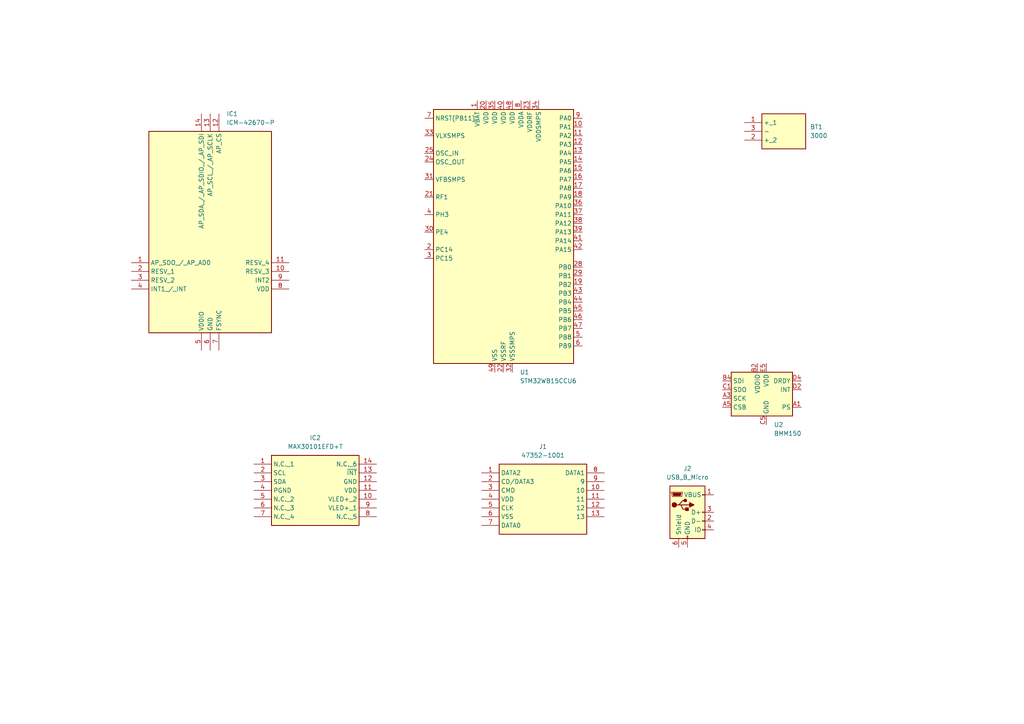
<source format=kicad_sch>
(kicad_sch (version 20231120) (generator "eeschema") (generator_version "8.0")
  (paper "A4")
  (lib_symbols
    (symbol "BatteryHolder:3000"
      (property "Reference" "BT" (at 19.05 7.62 0))
      (property "Value" "3000" (at 19.05 5.08 0))
      (symbol "3000_1_1"
        (rectangle (start 5.08 2.54) (end 17.78 -7.62) (stroke (width 0.254)) (fill (type background)))
        (pin passive line (at 0 0 0) (length 5.08) (name "+_1") (number "1"))
        (pin passive line (at 0 -5.08 0) (length 5.08) (name "+_2") (number "2"))
        (pin passive line (at 0 -2.54 0) (length 5.08) (name "-") (number "3"))
      )
    )
    (symbol "Connector:USB_B_Micro" (pin_names (offset 1.016))
      (property "Reference" "J" (at -5.08 11.43 0))
      (property "Value" "USB_B_Micro" (at -5.08 8.89 0))
      (symbol "USB_B_Micro_0_1"
        (rectangle (start -5.08 -7.62) (end 5.08 7.62) (stroke (width 0.254)) (fill (type background)))
        (circle (center -3.81 2.159) (radius 0.635) (stroke (width 0.254)) (fill (type outline)))
        (circle (center -0.635 3.429) (radius 0.381) (stroke (width 0.254)) (fill (type outline)))
        (rectangle (start -0.127 -7.62) (end 0.127 -6.858))
        (polyline (pts (xy -1.905 2.159) (xy 0.635 2.159)) (stroke (width 0.254)))
        (polyline (pts (xy -3.175 2.159) (xy -2.54 2.159) (xy -1.27 3.429) (xy -0.635 3.429)) (stroke (width 0.254)))
        (polyline (pts (xy -2.54 2.159) (xy -1.905 2.159) (xy -1.27 0.889) (xy 0 0.889)) (stroke (width 0.254)))
        (polyline (pts (xy 0.635 2.794) (xy 0.635 1.524) (xy 1.905 2.159) (xy 0.635 2.794)) (stroke (width 0.254)) (fill (type outline)))
        (polyline (pts (xy -4.318 5.588) (xy -1.778 5.588) (xy -2.032 4.826) (xy -4.064 4.826) (xy -4.318 5.588)) (fill (type outline)))
        (polyline (pts (xy -4.699 5.842) (xy -4.699 5.588) (xy -4.445 4.826) (xy -4.445 4.572) (xy -1.651 4.572) (xy -1.651 4.826) (xy -1.397 5.588) (xy -1.397 5.842) (xy -4.699 5.842)))
        (rectangle (start 0.254 1.27) (end -0.508 0.508) (stroke (width 0.254)) (fill (type outline)))
        (rectangle (start 5.08 -5.207) (end 4.318 -4.953))
        (rectangle (start 5.08 -2.667) (end 4.318 -2.413))
        (rectangle (start 5.08 -0.127) (end 4.318 0.127))
        (rectangle (start 5.08 4.953) (end 4.318 5.207))
      )
      (symbol "USB_B_Micro_1_1"
        (pin power_out line (at 7.62 5.08 180) (length 2.54) (name "VBUS") (number "1"))
        (pin bidirectional line (at 7.62 -2.54 180) (length 2.54) (name "D-") (number "2"))
        (pin bidirectional line (at 7.62 0 180) (length 2.54) (name "D+") (number "3"))
        (pin passive line (at 7.62 -5.08 180) (length 2.54) (name "ID") (number "4"))
        (pin power_out line (at 0 -10.16 90) (length 2.54) (name "GND") (number "5"))
        (pin passive line (at -2.54 -10.16 90) (length 2.54) (name "Shield") (number "6"))
      )
    )
    (symbol "ICM-42670-P:ICM-42670-P"
      (property "Reference" "IC" (at 41.91 43.18 0))
      (property "Value" "ICM-42670-P" (at 41.91 40.64 0))
      (symbol "ICM-42670-P_1_1"
        (rectangle (start 5.08 38.1) (end 40.64 -20.32) (stroke (width 0.254)) (fill (type background)))
        (pin passive line (at 0 0 0) (length 5.08) (name "AP_SDO_/_AP_AD0") (number "1"))
        (pin passive line (at 45.72 -2.54 180) (length 5.08) (name "RESV_3") (number "10"))
        (pin passive line (at 45.72 0 180) (length 5.08) (name "RESV_4") (number "11"))
        (pin passive line (at 25.4 43.18 270) (length 5.08) (name "AP_CS") (number "12"))
        (pin passive line (at 22.86 43.18 270) (length 5.08) (name "AP_SCL_/_AP_SCLK") (number "13"))
        (pin passive line (at 20.32 43.18 270) (length 5.08) (name "AP_SDA_/_AP_SDIO_/_AP_SDI") (number "14"))
        (pin passive line (at 0 -2.54 0) (length 5.08) (name "RESV_1") (number "2"))
        (pin passive line (at 0 -5.08 0) (length 5.08) (name "RESV_2") (number "3"))
        (pin passive line (at 0 -7.62 0) (length 5.08) (name "INT1_/_INT") (number "4"))
        (pin passive line (at 20.32 -25.4 90) (length 5.08) (name "VDDIO") (number "5"))
        (pin passive line (at 22.86 -25.4 90) (length 5.08) (name "GND") (number "6"))
        (pin passive line (at 25.4 -25.4 90) (length 5.08) (name "FSYNC") (number "7"))
        (pin passive line (at 45.72 -7.62 180) (length 5.08) (name "VDD") (number "8"))
        (pin passive line (at 45.72 -5.08 180) (length 5.08) (name "INT2") (number "9"))
      )
    )
    (symbol "MAX30101EFD+T:MAX30101EFD+T"
      (property "Reference" "IC" (at 31.75 7.62 0))
      (property "Value" "MAX30101EFD+T" (at 31.75 5.08 0))
      (symbol "MAX30101EFD+T_1_1"
        (rectangle (start 5.08 2.54) (end 30.48 -17.78) (stroke (width 0.254)) (fill (type background)))
        (pin passive line (at 0 0 0) (length 5.08) (name "N.C._1") (number "1"))
        (pin passive line (at 35.56 -10.16 180) (length 5.08) (name "VLED+_2") (number "10"))
        (pin passive line (at 35.56 -7.62 180) (length 5.08) (name "VDD") (number "11"))
        (pin passive line (at 35.56 -5.08 180) (length 5.08) (name "GND") (number "12"))
        (pin passive line (at 35.56 -2.54 180) (length 5.08) (name "~{INT}") (number "13"))
        (pin passive line (at 35.56 0 180) (length 5.08) (name "N.C._6") (number "14"))
        (pin passive line (at 0 -2.54 0) (length 5.08) (name "SCL") (number "2"))
        (pin passive line (at 0 -5.08 0) (length 5.08) (name "SDA") (number "3"))
        (pin passive line (at 0 -7.62 0) (length 5.08) (name "PGND") (number "4"))
        (pin passive line (at 0 -10.16 0) (length 5.08) (name "N.C._2") (number "5"))
        (pin passive line (at 0 -12.7 0) (length 5.08) (name "N.C._3") (number "6"))
        (pin passive line (at 0 -15.24 0) (length 5.08) (name "N.C._4") (number "7"))
        (pin passive line (at 35.56 -15.24 180) (length 5.08) (name "N.C._5") (number "8"))
        (pin passive line (at 35.56 -12.7 180) (length 5.08) (name "VLED+_1") (number "9"))
      )
    )
    (symbol "MCU_ST_STM32WB:STM32WB15CCUx"
      (property "Reference" "U" (at -20.32 39.37 0))
      (property "Value" "STM32WB15CCUx" (at 12.7 39.37 0))
      (symbol "STM32WB15CCUx_0_1"
        (rectangle (start -20.32 -35.56) (end 20.32 38.1) (stroke (width 0.254)) (fill (type background)))
      )
      (symbol "STM32WB15CCUx_1_1"
        (pin power_in line (at -7.62 40.64 270) (length 2.54) (name "VBAT") (number "1"))
        (pin bidirectional line (at 22.86 33.02 180) (length 2.54) (name "PA1") (number "10"))
        (pin bidirectional line (at 22.86 30.48 180) (length 2.54) (name "PA2") (number "11"))
        (pin bidirectional line (at 22.86 27.94 180) (length 2.54) (name "PA3") (number "12"))
        (pin bidirectional line (at 22.86 25.4 180) (length 2.54) (name "PA4") (number "13"))
        (pin bidirectional line (at 22.86 22.86 180) (length 2.54) (name "PA5") (number "14"))
        (pin bidirectional line (at 22.86 20.32 180) (length 2.54) (name "PA6") (number "15"))
        (pin bidirectional line (at 22.86 17.78 180) (length 2.54) (name "PA7") (number "16"))
        (pin bidirectional line (at 22.86 15.24 180) (length 2.54) (name "PA8") (number "17"))
        (pin bidirectional line (at 22.86 12.7 180) (length 2.54) (name "PA9") (number "18"))
        (pin bidirectional line (at 22.86 -12.7 180) (length 2.54) (name "PB2") (number "19"))
        (pin bidirectional line (at -22.86 -2.54 0) (length 2.54) (name "PC14") (number "2"))
        (pin power_in line (at -5.08 40.64 270) (length 2.54) (name "VDD") (number "20"))
        (pin bidirectional line (at -22.86 12.7 0) (length 2.54) (name "RF1") (number "21"))
        (pin power_in line (at 0 -38.1 90) (length 2.54) (name "VSSRF") (number "22"))
        (pin power_in line (at 7.62 40.64 270) (length 2.54) (name "VDDRF") (number "23"))
        (pin input line (at -22.86 22.86 0) (length 2.54) (name "OSC_OUT") (number "24"))
        (pin input line (at -22.86 25.4 0) (length 2.54) (name "OSC_IN") (number "25"))
        (pin no_connect line (at -20.32 -35.56 0) (length 2.54) hide (name "AT0") (number "26"))
        (pin no_connect line (at -20.32 -33.02 0) (length 2.54) hide (name "AT1") (number "27"))
        (pin bidirectional line (at 22.86 -7.62 180) (length 2.54) (name "PB0") (number "28"))
        (pin bidirectional line (at 22.86 -10.16 180) (length 2.54) (name "PB1") (number "29"))
        (pin bidirectional line (at -22.86 -5.08 0) (length 2.54) (name "PC15") (number "3"))
        (pin bidirectional line (at -22.86 2.54 0) (length 2.54) (name "PE4") (number "30"))
        (pin input line (at -22.86 17.78 0) (length 2.54) (name "VFBSMPS") (number "31"))
        (pin power_in line (at 2.54 -38.1 90) (length 2.54) (name "VSSSMPS") (number "32"))
        (pin power_in line (at -22.86 30.48 0) (length 2.54) (name "VLXSMPS") (number "33"))
        (pin power_in line (at 10.16 40.64 270) (length 2.54) (name "VDDSMPS") (number "34"))
        (pin power_in line (at -2.54 40.64 270) (length 2.54) (name "VDD") (number "35"))
        (pin bidirectional line (at 22.86 10.16 180) (length 2.54) (name "PA10") (number "36"))
        (pin bidirectional line (at 22.86 7.62 180) (length 2.54) (name "PA11") (number "37"))
        (pin bidirectional line (at 22.86 5.08 180) (length 2.54) (name "PA12") (number "38"))
        (pin bidirectional line (at 22.86 2.54 180) (length 2.54) (name "PA13") (number "39"))
        (pin bidirectional line (at -22.86 7.62 0) (length 2.54) (name "PH3") (number "4"))
        (pin power_in line (at 0 40.64 270) (length 2.54) (name "VDD") (number "40"))
        (pin bidirectional line (at 22.86 0 180) (length 2.54) (name "PA14") (number "41"))
        (pin bidirectional line (at 22.86 -2.54 180) (length 2.54) (name "PA15") (number "42"))
        (pin bidirectional line (at 22.86 -15.24 180) (length 2.54) (name "PB3") (number "43"))
        (pin bidirectional line (at 22.86 -17.78 180) (length 2.54) (name "PB4") (number "44"))
        (pin bidirectional line (at 22.86 -20.32 180) (length 2.54) (name "PB5") (number "45"))
        (pin bidirectional line (at 22.86 -22.86 180) (length 2.54) (name "PB6") (number "46"))
        (pin bidirectional line (at 22.86 -25.4 180) (length 2.54) (name "PB7") (number "47"))
        (pin power_in line (at 2.54 40.64 270) (length 2.54) (name "VDD") (number "48"))
        (pin power_in line (at -2.54 -38.1 90) (length 2.54) (name "VSS") (number "49"))
        (pin bidirectional line (at 22.86 -27.94 180) (length 2.54) (name "PB8") (number "5"))
        (pin bidirectional line (at 22.86 -30.48 180) (length 2.54) (name "PB9") (number "6"))
        (pin input line (at -22.86 35.56 0) (length 2.54) (name "NRST(PB11)") (number "7"))
        (pin power_in line (at 5.08 40.64 270) (length 2.54) (name "VDDA") (number "8"))
        (pin bidirectional line (at 22.86 35.56 180) (length 2.54) (name "PA0") (number "9"))
      )
    )
    (symbol "MicroSD:47352-1001"
      (property "Reference" "J" (at 31.75 7.62 0))
      (property "Value" "47352-1001" (at 31.75 5.08 0))
      (symbol "47352-1001_1_1"
        (rectangle (start 5.08 2.54) (end 30.48 -17.78) (stroke (width 0.254)) (fill (type background)))
        (pin passive line (at 0 0 0) (length 5.08) (name "DATA2") (number "1"))
        (pin passive line (at 35.56 -5.08 180) (length 5.08) (name "10") (number "10"))
        (pin passive line (at 35.56 -7.62 180) (length 5.08) (name "11") (number "11"))
        (pin passive line (at 35.56 -10.16 180) (length 5.08) (name "12") (number "12"))
        (pin passive line (at 35.56 -12.7 180) (length 5.08) (name "13") (number "13"))
        (pin passive line (at 0 -2.54 0) (length 5.08) (name "CD/DATA3") (number "2"))
        (pin passive line (at 0 -5.08 0) (length 5.08) (name "CMD") (number "3"))
        (pin passive line (at 0 -7.62 0) (length 5.08) (name "VDD") (number "4"))
        (pin passive line (at 0 -10.16 0) (length 5.08) (name "CLK") (number "5"))
        (pin passive line (at 0 -12.7 0) (length 5.08) (name "VSS") (number "6"))
        (pin passive line (at 0 -15.24 0) (length 5.08) (name "DATA0") (number "7"))
        (pin passive line (at 35.56 0 180) (length 5.08) (name "DATA1") (number "8"))
        (pin passive line (at 35.56 -2.54 180) (length 5.08) (name "9") (number "9"))
      )
    )
    (symbol "Sensor_Magnetic:BMM150"
      (property "Reference" "U" (at -10.16 6.35 0))
      (property "Value" "BMM150" (at 7.62 6.35 0))
      (symbol "BMM150_0_1"
        (rectangle (start -10.16 5.08) (end 7.62 -7.62) (stroke (width 0.254)) (fill (type background)))
      )
      (symbol "BMM150_1_1"
        (pin input line (at 10.16 -5.08 180) (length 2.54) (name "PS") (number "A1"))
        (pin bidirectional line (at -12.7 -2.54 0) (length 2.54) (name "SCK") (number "A3"))
        (pin input line (at -12.7 -5.08 0) (length 2.54) (name "CSB") (number "A5"))
        (pin power_in line (at -2.54 7.62 270) (length 2.54) (name "VDDIO") (number "B2"))
        (pin bidirectional line (at -12.7 2.54 0) (length 2.54) (name "SDI") (number "B4"))
        (pin bidirectional line (at -12.7 0 0) (length 2.54) (name "SDO") (number "C1"))
        (pin power_in line (at 0 -10.16 90) (length 2.54) (name "GND") (number "C5"))
        (pin output line (at 10.16 0 180) (length 2.54) (name "INT") (number "D2"))
        (pin output line (at 10.16 2.54 180) (length 2.54) (name "DRDY") (number "D4"))
        (pin passive line (at 0 -10.16 90) (length 2.54) hide (name "GND") (number "E1"))
        (pin passive line (at 0 -10.16 90) (length 2.54) hide (name "GND") (number "E3"))
        (pin power_in line (at 0 7.62 270) (length 2.54) (name "VDD") (number "E5"))
      )
    )
  )
  (symbol (lib_id "Connector:USB_B_Micro") (at 199.39 148.59 0) (unit 1)
    (property "Reference" "J2" (at 199.39 135.89 0))
    (property "Value" "USB_B_Micro" (at 199.39 138.43 0))
    (property "Footprint" "Connector_USB:USB_Micro-AB_Molex_47590-0001" (effects (hide yes)))
    (property "Description" "USB Micro Type B connector" (effects (hide yes)))
  )
  (symbol (lib_id "ICM-42670-P:ICM-42670-P") (at 38.1 76.2 0) (unit 1)
    (property "Reference" "IC1" (at 65.6941 33.02 0) (effects (justify left)))
    (property "Value" "ICM-42670-P" (at 65.6941 35.56 0) (effects (justify left)))
    (property "Footprint" "ICM42670P" (effects (hide yes)))
    (property "Datasheet" "https://3cfeqx1hf82y3xcoull08ihx-wpengine.netdna-ssl.com/wp-content/uploads/2021/07/DS-000451-ICM-42670-P-v1.0.pdf" (effects (hide yes)))
    (property "Description" "IMUs - Inertial Measurement Units Low-Power, Premium Performance 6-Axis MotionTrackingTM IMU with I3C, I2C and SPI interface in 2.5mm x 3mm Package" (effects (hide yes)))
    (property "Mouser Part Number" "410-ICM-42670-P" (effects (hide yes)))
    (property "Mouser Price/Stock" "https://www.mouser.co.uk/ProductDetail/TDK-InvenSense/ICM-42670-P?qs=iLbezkQI%252BsgK8sMF5V7fQQ%3D%3D" (effects (hide yes)))
    (property "Manufacturer_Name" "TDK" (effects (hide yes)))
    (property "Manufacturer_Part_Number" "ICM-42670-P" (effects (hide yes)))
  )
  (symbol (lib_id "MicroSD:47352-1001") (at 139.7 137.16 0) (unit 1)
    (property "Reference" "J1" (at 157.48 129.54 0))
    (property "Value" "47352-1001" (at 157.48 132.08 0))
    (property "Footprint" "473521001" (effects (hide yes)))
    (property "Datasheet" "http://www.molex.com/pdm_docs/sd/473521001_sd.pdf" (effects (hide yes)))
    (property "Description" "Molex 47388 Series 8 Way Right Angle Micro SD Memory Card Connector with Solder Termination" (effects (hide yes)))
    (property "Height" "1.88" (effects (hide yes)))
    (property "Mouser Part Number" "538-47352-1001" (effects (hide yes)))
    (property "Mouser Price/Stock" "https://www.mouser.co.uk/ProductDetail/Molex/47352-1001?qs=c2CV6XM0DweyUS%2F9lG4Ycg%3D%3D" (effects (hide yes)))
    (property "Manufacturer_Name" "Molex" (effects (hide yes)))
    (property "Manufacturer_Part_Number" "47352-1001" (effects (hide yes)))
  )
  (symbol (lib_id "MAX30101EFD+T:MAX30101EFD+T") (at 73.66 134.62 0) (unit 1)
    (property "Reference" "IC2" (at 91.44 127 0))
    (property "Value" "MAX30101EFD+T" (at 91.44 129.54 0))
    (property "Footprint" "14-LEAD-OESIP" (effects (hide yes)))
    (property "Datasheet" "https://datasheets.maximintegrated.com/en/ds/MAX30101.pdf" (effects (hide yes)))
    (property "Description" "Biometric Sensors Integrated Optical Sensor" (effects (hide yes)))
    (property "Mouser Part Number" "700-MAX30101EFD+T" (effects (hide yes)))
    (property "Mouser Price/Stock" "https://www.mouser.co.uk/ProductDetail/Analog-Devices-Maxim-Integrated/MAX30101EFD%2bT?qs=sITqEBh490kEm6CNcTH1tQ%3D%3D" (effects (hide yes)))
    (property "Manufacturer_Name" "Analog Devices" (effects (hide yes)))
    (property "Manufacturer_Part_Number" "MAX30101EFD+T" (effects (hide yes)))
  )
  (symbol (lib_id "Sensor_Magnetic:BMM150") (at 222.25 113.03 0) (unit 1)
    (property "Reference" "U2" (at 224.4441 123.19 0) (effects (justify left)))
    (property "Value" "BMM150" (at 224.4441 125.73 0) (effects (justify left)))
    (property "Footprint" "Package_CSP:WLCSP-12_1.56x1.56mm_P0.4mm" (effects (hide yes)))
    (property "Datasheet" "https://www.mouser.com/datasheet/2/783/BST-BMM150-DS001-01-786480.pdf" (effects (hide yes)))
    (property "Description" "Geomagnetic Sensor, WLCSP-12" (effects (hide yes)))
  )
  (symbol (lib_id "MCU_ST_STM32WB:STM32WB15CCUx") (at 146.05 69.85 0) (unit 1)
    (property "Reference" "U1" (at 150.7841 107.95 0) (effects (justify left)))
    (property "Value" "STM32WB15CCU6" (at 150.7841 110.49 0) (effects (justify left)))
    (property "Footprint" "Package_DFN_QFN:QFN-48-1EP_7x7mm_P0.5mm_EP5.6x5.6mm" (effects (hide yes)))
    (property "Datasheet" "https://www.st.com/resource/en/datasheet/stm32wb15cc.pdf" (effects (hide yes)))
    (property "Description" "STMicroelectronics Arm Cortex-M4 MCU, 320KB flash, 48KB RAM, 64 MHz, 1.71-3.6V, 30 GPIO, UFQFPN48" (effects (hide yes)))
  )
  (symbol (lib_id "BatteryHolder:3000") (at 215.9 35.56 0) (unit 1)
    (property "Reference" "BT1" (at 234.95 36.8299 0) (effects (justify left)))
    (property "Value" "3000" (at 234.95 39.3699 0) (effects (justify left)))
    (property "Footprint" "3000" (effects (hide yes)))
    (property "Datasheet" "https://www.keyelco.com/product-pdf.cfm?p=777" (effects (hide yes)))
    (property "Description" "KEYSTONE - 3000 - Battery Contact, Coin Cell - 12mm, SMD, Phosphor Bronze" (effects (hide yes)))
    (property "Height" "3.43" (effects (hide yes)))
    (property "Mouser Part Number" "534-3000" (effects (hide yes)))
    (property "Mouser Price/Stock" "https://www.mouser.co.uk/ProductDetail/Keystone-Electronics/3000?qs=Mn60vILZNNbcLh3ZnzbtUw%3D%3D" (effects (hide yes)))
    (property "Manufacturer_Name" "Keystone Electronics" (effects (hide yes)))
    (property "Manufacturer_Part_Number" "3000" (effects (hide yes)))
  )
)
</source>
